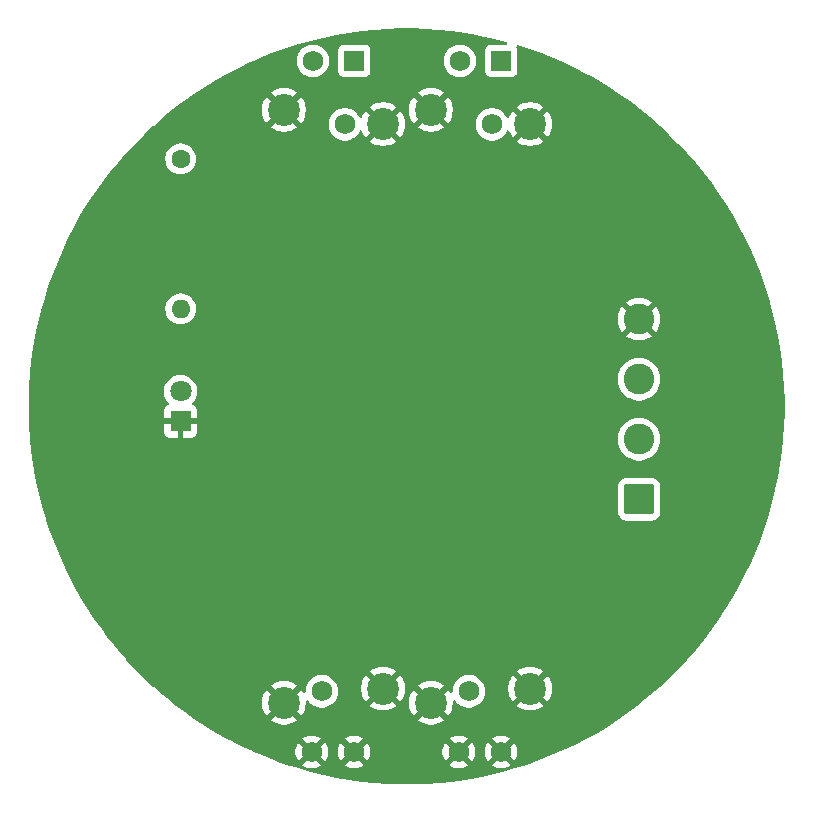
<source format=gbr>
%TF.GenerationSoftware,KiCad,Pcbnew,9.0.0*%
%TF.CreationDate,2025-03-25T15:05:35+01:00*%
%TF.ProjectId,LEDstripCtrl,4c454473-7472-4697-9043-74726c2e6b69,rev?*%
%TF.SameCoordinates,Original*%
%TF.FileFunction,Copper,L1,Top*%
%TF.FilePolarity,Positive*%
%FSLAX46Y46*%
G04 Gerber Fmt 4.6, Leading zero omitted, Abs format (unit mm)*
G04 Created by KiCad (PCBNEW 9.0.0) date 2025-03-25 15:05:35*
%MOMM*%
%LPD*%
G01*
G04 APERTURE LIST*
G04 Aperture macros list*
%AMRoundRect*
0 Rectangle with rounded corners*
0 $1 Rounding radius*
0 $2 $3 $4 $5 $6 $7 $8 $9 X,Y pos of 4 corners*
0 Add a 4 corners polygon primitive as box body*
4,1,4,$2,$3,$4,$5,$6,$7,$8,$9,$2,$3,0*
0 Add four circle primitives for the rounded corners*
1,1,$1+$1,$2,$3*
1,1,$1+$1,$4,$5*
1,1,$1+$1,$6,$7*
1,1,$1+$1,$8,$9*
0 Add four rect primitives between the rounded corners*
20,1,$1+$1,$2,$3,$4,$5,0*
20,1,$1+$1,$4,$5,$6,$7,0*
20,1,$1+$1,$6,$7,$8,$9,0*
20,1,$1+$1,$8,$9,$2,$3,0*%
G04 Aperture macros list end*
%TA.AperFunction,ComponentPad*%
%ADD10R,1.750000X1.750000*%
%TD*%
%TA.AperFunction,ComponentPad*%
%ADD11C,1.750000*%
%TD*%
%TA.AperFunction,ComponentPad*%
%ADD12C,2.700000*%
%TD*%
%TA.AperFunction,ComponentPad*%
%ADD13R,1.800000X1.800000*%
%TD*%
%TA.AperFunction,ComponentPad*%
%ADD14C,1.800000*%
%TD*%
%TA.AperFunction,ComponentPad*%
%ADD15RoundRect,0.250000X1.050000X-1.050000X1.050000X1.050000X-1.050000X1.050000X-1.050000X-1.050000X0*%
%TD*%
%TA.AperFunction,ComponentPad*%
%ADD16C,2.600000*%
%TD*%
%TA.AperFunction,ComponentPad*%
%ADD17C,1.600000*%
%TD*%
%TA.AperFunction,ComponentPad*%
%ADD18O,1.600000X1.600000*%
%TD*%
G04 APERTURE END LIST*
D10*
%TO.P,RV1,1,1*%
%TO.N,+3.3V*%
X144000000Y-81550000D03*
D11*
X140500000Y-81550000D03*
%TO.P,RV1,2,2*%
%TO.N,Net-(J1-Pin_2)*%
X143220000Y-86930000D03*
X141260000Y-134930000D03*
%TO.P,RV1,3,3*%
%TO.N,GNDREF*%
X144000000Y-140050000D03*
X140403500Y-140050000D03*
D12*
%TO.P,RV1,MP,MountPin*%
X138050000Y-85700000D03*
X146450000Y-86900000D03*
X146450000Y-134700000D03*
X138050000Y-135900000D03*
%TD*%
D13*
%TO.P,D1,1,K*%
%TO.N,GNDREF*%
X129300000Y-112070000D03*
D14*
%TO.P,D1,2,A*%
%TO.N,Net-(D1-A)*%
X129300000Y-109530000D03*
%TD*%
D15*
%TO.P,J1,1,Pin_1*%
%TO.N,+3.3V*%
X168122500Y-118670000D03*
D16*
%TO.P,J1,2,Pin_2*%
%TO.N,Net-(J1-Pin_2)*%
X168122500Y-113590000D03*
%TO.P,J1,3,Pin_3*%
%TO.N,Net-(J1-Pin_3)*%
X168122500Y-108510000D03*
%TO.P,J1,4,Pin_4*%
%TO.N,GNDREF*%
X168122500Y-103430000D03*
%TD*%
D10*
%TO.P,RV2,1,1*%
%TO.N,+3.3V*%
X156450000Y-81550000D03*
D11*
X152950000Y-81550000D03*
%TO.P,RV2,2,2*%
%TO.N,Net-(J1-Pin_3)*%
X155670000Y-86930000D03*
X153710000Y-134930000D03*
%TO.P,RV2,3,3*%
%TO.N,GNDREF*%
X156450000Y-140050000D03*
X152853500Y-140050000D03*
D12*
%TO.P,RV2,MP,MountPin*%
X150500000Y-85700000D03*
X158900000Y-86900000D03*
X158900000Y-134700000D03*
X150500000Y-135900000D03*
%TD*%
D17*
%TO.P,R1,1*%
%TO.N,+3.3V*%
X129300000Y-89850000D03*
D18*
%TO.P,R1,2*%
%TO.N,Net-(D1-A)*%
X129300000Y-102550000D03*
%TD*%
%TA.AperFunction,Conductor*%
%TO.N,GNDREF*%
G36*
X148998436Y-78805236D02*
G01*
X149023705Y-78806099D01*
X150086293Y-78842398D01*
X150090413Y-78842610D01*
X151176364Y-78916890D01*
X151180546Y-78917248D01*
X152263332Y-79028562D01*
X152267445Y-79029056D01*
X153345799Y-79177272D01*
X153349927Y-79177911D01*
X154422564Y-79362853D01*
X154426723Y-79363644D01*
X154636222Y-79407178D01*
X155492401Y-79585094D01*
X155496455Y-79586009D01*
X156554006Y-79843727D01*
X156558012Y-79844776D01*
X156866100Y-79931098D01*
X156925343Y-79968140D01*
X156955154Y-80031330D01*
X156946070Y-80100607D01*
X156900974Y-80153975D01*
X156834185Y-80174490D01*
X156832645Y-80174500D01*
X155527129Y-80174500D01*
X155527123Y-80174501D01*
X155467516Y-80180908D01*
X155332671Y-80231202D01*
X155332664Y-80231206D01*
X155217455Y-80317452D01*
X155217452Y-80317455D01*
X155131206Y-80432664D01*
X155131202Y-80432671D01*
X155080908Y-80567517D01*
X155074501Y-80627116D01*
X155074501Y-80627123D01*
X155074500Y-80627135D01*
X155074500Y-82472870D01*
X155074501Y-82472876D01*
X155080908Y-82532483D01*
X155131202Y-82667328D01*
X155131206Y-82667335D01*
X155217452Y-82782544D01*
X155217455Y-82782547D01*
X155332664Y-82868793D01*
X155332671Y-82868797D01*
X155467517Y-82919091D01*
X155467516Y-82919091D01*
X155474444Y-82919835D01*
X155527127Y-82925500D01*
X157372872Y-82925499D01*
X157432483Y-82919091D01*
X157567331Y-82868796D01*
X157682546Y-82782546D01*
X157768796Y-82667331D01*
X157819091Y-82532483D01*
X157825500Y-82472873D01*
X157825499Y-80627128D01*
X157819091Y-80567517D01*
X157794218Y-80500830D01*
X157768797Y-80432671D01*
X157768793Y-80432664D01*
X157762159Y-80423802D01*
X157737741Y-80358338D01*
X157752592Y-80290065D01*
X157801997Y-80240659D01*
X157870270Y-80225807D01*
X157898933Y-80231300D01*
X158647645Y-80468930D01*
X158651625Y-80470269D01*
X159677226Y-80834768D01*
X159681150Y-80836239D01*
X160693723Y-81235547D01*
X160697635Y-81237167D01*
X161695937Y-81670791D01*
X161699791Y-81672544D01*
X161880723Y-81758591D01*
X162682727Y-82140006D01*
X162686476Y-82141868D01*
X163652914Y-82642636D01*
X163656613Y-82644634D01*
X164055286Y-82868797D01*
X164605375Y-83178097D01*
X164609029Y-83180235D01*
X165538973Y-83745746D01*
X165542553Y-83748007D01*
X166452705Y-84344975D01*
X166456198Y-84347353D01*
X167345406Y-84975024D01*
X167348787Y-84977498D01*
X167691282Y-85237220D01*
X168216075Y-85635184D01*
X168219405Y-85637800D01*
X169063715Y-86324697D01*
X169066953Y-86327425D01*
X169887280Y-87042714D01*
X169890424Y-87045550D01*
X170685924Y-87788494D01*
X170688968Y-87791437D01*
X171458562Y-88561031D01*
X171461505Y-88564075D01*
X172204449Y-89359575D01*
X172207285Y-89362719D01*
X172922574Y-90183046D01*
X172925302Y-90186284D01*
X173612199Y-91030594D01*
X173614815Y-91033924D01*
X174272488Y-91901194D01*
X174274988Y-91904611D01*
X174902641Y-92793794D01*
X174905024Y-92797294D01*
X175501992Y-93707446D01*
X175504253Y-93711026D01*
X176069764Y-94640970D01*
X176071902Y-94644624D01*
X176605358Y-95593373D01*
X176607370Y-95597099D01*
X177108120Y-96563502D01*
X177110003Y-96567294D01*
X177577455Y-97550208D01*
X177579208Y-97554062D01*
X178012832Y-98552364D01*
X178014452Y-98556276D01*
X178413760Y-99568849D01*
X178415246Y-99572814D01*
X178779724Y-100598358D01*
X178781074Y-100602371D01*
X179110340Y-101639803D01*
X179111552Y-101643860D01*
X179405211Y-102691942D01*
X179406282Y-102696034D01*
X179585145Y-103429999D01*
X179663980Y-103753500D01*
X179664912Y-103757631D01*
X179886355Y-104823276D01*
X179887146Y-104827435D01*
X180072083Y-105900044D01*
X180072731Y-105904228D01*
X180220937Y-106982509D01*
X180221442Y-106986713D01*
X180332749Y-108069435D01*
X180333110Y-108073654D01*
X180407386Y-109159530D01*
X180407603Y-109163758D01*
X180444764Y-110251563D01*
X180444836Y-110255797D01*
X180444836Y-111344202D01*
X180444764Y-111348436D01*
X180407603Y-112436241D01*
X180407386Y-112440469D01*
X180333110Y-113526345D01*
X180332749Y-113530564D01*
X180221442Y-114613286D01*
X180220937Y-114617490D01*
X180072731Y-115695771D01*
X180072083Y-115699955D01*
X179887146Y-116772564D01*
X179886355Y-116776723D01*
X179664912Y-117842368D01*
X179663980Y-117846499D01*
X179406283Y-118903961D01*
X179405211Y-118908057D01*
X179111552Y-119956139D01*
X179110340Y-119960196D01*
X178781074Y-120997628D01*
X178779724Y-121001641D01*
X178415246Y-122027185D01*
X178413760Y-122031150D01*
X178014452Y-123043723D01*
X178012832Y-123047635D01*
X177579208Y-124045937D01*
X177577455Y-124049791D01*
X177110003Y-125032705D01*
X177108120Y-125036497D01*
X176607370Y-126002900D01*
X176605358Y-126006626D01*
X176071902Y-126955375D01*
X176069764Y-126959029D01*
X175504253Y-127888973D01*
X175501992Y-127892553D01*
X174905024Y-128802705D01*
X174902641Y-128806205D01*
X174274988Y-129695388D01*
X174272488Y-129698805D01*
X173614815Y-130566075D01*
X173612199Y-130569405D01*
X172925302Y-131413715D01*
X172922574Y-131416953D01*
X172207285Y-132237280D01*
X172204449Y-132240424D01*
X171461505Y-133035924D01*
X171458562Y-133038968D01*
X170688968Y-133808562D01*
X170685924Y-133811505D01*
X169890424Y-134554449D01*
X169887280Y-134557285D01*
X169066953Y-135272574D01*
X169063715Y-135275302D01*
X168219405Y-135962199D01*
X168216075Y-135964815D01*
X167348805Y-136622488D01*
X167345388Y-136624988D01*
X166456205Y-137252641D01*
X166452705Y-137255024D01*
X165542553Y-137851992D01*
X165538973Y-137854253D01*
X164609029Y-138419764D01*
X164605375Y-138421902D01*
X163656626Y-138955358D01*
X163652900Y-138957370D01*
X162686497Y-139458120D01*
X162682705Y-139460003D01*
X161699791Y-139927455D01*
X161695937Y-139929208D01*
X160697635Y-140362832D01*
X160693723Y-140364452D01*
X159681150Y-140763760D01*
X159677185Y-140765246D01*
X158651641Y-141129724D01*
X158647628Y-141131074D01*
X157610196Y-141460340D01*
X157606139Y-141461552D01*
X156558057Y-141755211D01*
X156553961Y-141756283D01*
X155496499Y-142013980D01*
X155492368Y-142014912D01*
X154426723Y-142236355D01*
X154422564Y-142237146D01*
X153349955Y-142422083D01*
X153345771Y-142422731D01*
X152267490Y-142570937D01*
X152263286Y-142571442D01*
X151180564Y-142682749D01*
X151176345Y-142683110D01*
X150090469Y-142757386D01*
X150086241Y-142757603D01*
X148998437Y-142794764D01*
X148994203Y-142794836D01*
X147905797Y-142794836D01*
X147901563Y-142794764D01*
X146813758Y-142757603D01*
X146809530Y-142757386D01*
X145723654Y-142683110D01*
X145719435Y-142682749D01*
X144636713Y-142571442D01*
X144632509Y-142570937D01*
X143554228Y-142422731D01*
X143550044Y-142422083D01*
X142477435Y-142237146D01*
X142473276Y-142236355D01*
X141407631Y-142014912D01*
X141403500Y-142013980D01*
X140346038Y-141756283D01*
X140341942Y-141755211D01*
X139293860Y-141461552D01*
X139289803Y-141460340D01*
X138639991Y-141254099D01*
X138252371Y-141131074D01*
X138248358Y-141129724D01*
X137537576Y-140877112D01*
X137222805Y-140765242D01*
X137218849Y-140763760D01*
X136206276Y-140364452D01*
X136202364Y-140362832D01*
X135483642Y-140050647D01*
X135233003Y-139941779D01*
X139028500Y-139941779D01*
X139028500Y-140158220D01*
X139062357Y-140371981D01*
X139129235Y-140577814D01*
X139129236Y-140577817D01*
X139227496Y-140770660D01*
X139270329Y-140829615D01*
X139270330Y-140829616D01*
X139838887Y-140261059D01*
X139844389Y-140281591D01*
X139923381Y-140418408D01*
X140035092Y-140530119D01*
X140171909Y-140609111D01*
X140192439Y-140614612D01*
X139623882Y-141183168D01*
X139682842Y-141226005D01*
X139875682Y-141324263D01*
X139875685Y-141324264D01*
X140081518Y-141391142D01*
X140295280Y-141425000D01*
X140511720Y-141425000D01*
X140725481Y-141391142D01*
X140931314Y-141324264D01*
X140931317Y-141324263D01*
X141124156Y-141226006D01*
X141183115Y-141183168D01*
X141183116Y-141183168D01*
X140614559Y-140614612D01*
X140635091Y-140609111D01*
X140771908Y-140530119D01*
X140883619Y-140418408D01*
X140962611Y-140281591D01*
X140968112Y-140261060D01*
X141536668Y-140829616D01*
X141536668Y-140829615D01*
X141579506Y-140770656D01*
X141677763Y-140577817D01*
X141677764Y-140577814D01*
X141744642Y-140371981D01*
X141778500Y-140158220D01*
X141778500Y-139941779D01*
X142625000Y-139941779D01*
X142625000Y-140158220D01*
X142658857Y-140371981D01*
X142725735Y-140577814D01*
X142725736Y-140577817D01*
X142823996Y-140770660D01*
X142866829Y-140829615D01*
X142866830Y-140829616D01*
X143435387Y-140261059D01*
X143440889Y-140281591D01*
X143519881Y-140418408D01*
X143631592Y-140530119D01*
X143768409Y-140609111D01*
X143788939Y-140614612D01*
X143220382Y-141183168D01*
X143279342Y-141226005D01*
X143472182Y-141324263D01*
X143472185Y-141324264D01*
X143678018Y-141391142D01*
X143891780Y-141425000D01*
X144108220Y-141425000D01*
X144321981Y-141391142D01*
X144527814Y-141324264D01*
X144527817Y-141324263D01*
X144720656Y-141226006D01*
X144779615Y-141183168D01*
X144779616Y-141183168D01*
X144211059Y-140614612D01*
X144231591Y-140609111D01*
X144368408Y-140530119D01*
X144480119Y-140418408D01*
X144559111Y-140281591D01*
X144564612Y-140261060D01*
X145133168Y-140829616D01*
X145133168Y-140829615D01*
X145176006Y-140770656D01*
X145274263Y-140577817D01*
X145274264Y-140577814D01*
X145341142Y-140371981D01*
X145375000Y-140158220D01*
X145375000Y-139941779D01*
X151478500Y-139941779D01*
X151478500Y-140158220D01*
X151512357Y-140371981D01*
X151579235Y-140577814D01*
X151579236Y-140577817D01*
X151677496Y-140770660D01*
X151720329Y-140829615D01*
X151720330Y-140829616D01*
X152288887Y-140261059D01*
X152294389Y-140281591D01*
X152373381Y-140418408D01*
X152485092Y-140530119D01*
X152621909Y-140609111D01*
X152642439Y-140614612D01*
X152073882Y-141183168D01*
X152132842Y-141226005D01*
X152325682Y-141324263D01*
X152325685Y-141324264D01*
X152531518Y-141391142D01*
X152745280Y-141425000D01*
X152961720Y-141425000D01*
X153175481Y-141391142D01*
X153381314Y-141324264D01*
X153381317Y-141324263D01*
X153574156Y-141226006D01*
X153633115Y-141183168D01*
X153633116Y-141183168D01*
X153064559Y-140614612D01*
X153085091Y-140609111D01*
X153221908Y-140530119D01*
X153333619Y-140418408D01*
X153412611Y-140281591D01*
X153418112Y-140261060D01*
X153986668Y-140829616D01*
X153986668Y-140829615D01*
X154029506Y-140770656D01*
X154127763Y-140577817D01*
X154127764Y-140577814D01*
X154194642Y-140371981D01*
X154228500Y-140158220D01*
X154228500Y-139941779D01*
X155075000Y-139941779D01*
X155075000Y-140158220D01*
X155108857Y-140371981D01*
X155175735Y-140577814D01*
X155175736Y-140577817D01*
X155273996Y-140770660D01*
X155316829Y-140829615D01*
X155316830Y-140829616D01*
X155885387Y-140261059D01*
X155890889Y-140281591D01*
X155969881Y-140418408D01*
X156081592Y-140530119D01*
X156218409Y-140609111D01*
X156238939Y-140614612D01*
X155670382Y-141183168D01*
X155729342Y-141226005D01*
X155922182Y-141324263D01*
X155922185Y-141324264D01*
X156128018Y-141391142D01*
X156341780Y-141425000D01*
X156558220Y-141425000D01*
X156771981Y-141391142D01*
X156977814Y-141324264D01*
X156977817Y-141324263D01*
X157170656Y-141226006D01*
X157229615Y-141183168D01*
X157229616Y-141183168D01*
X156661059Y-140614612D01*
X156681591Y-140609111D01*
X156818408Y-140530119D01*
X156930119Y-140418408D01*
X157009111Y-140281591D01*
X157014612Y-140261059D01*
X157583168Y-140829616D01*
X157583168Y-140829615D01*
X157626006Y-140770656D01*
X157724263Y-140577817D01*
X157724264Y-140577814D01*
X157791142Y-140371981D01*
X157825000Y-140158220D01*
X157825000Y-139941779D01*
X157791142Y-139728018D01*
X157724264Y-139522185D01*
X157724263Y-139522182D01*
X157626005Y-139329342D01*
X157583168Y-139270383D01*
X157583168Y-139270382D01*
X157014612Y-139838939D01*
X157009111Y-139818409D01*
X156930119Y-139681592D01*
X156818408Y-139569881D01*
X156681591Y-139490889D01*
X156661058Y-139485387D01*
X157229616Y-138916830D01*
X157229615Y-138916829D01*
X157170660Y-138873996D01*
X156977817Y-138775736D01*
X156977814Y-138775735D01*
X156771981Y-138708857D01*
X156558220Y-138675000D01*
X156341780Y-138675000D01*
X156128018Y-138708857D01*
X155922185Y-138775735D01*
X155922182Y-138775736D01*
X155729346Y-138873992D01*
X155670383Y-138916830D01*
X156238941Y-139485387D01*
X156218409Y-139490889D01*
X156081592Y-139569881D01*
X155969881Y-139681592D01*
X155890889Y-139818409D01*
X155885387Y-139838940D01*
X155316830Y-139270383D01*
X155273992Y-139329346D01*
X155175736Y-139522182D01*
X155175735Y-139522185D01*
X155108857Y-139728018D01*
X155075000Y-139941779D01*
X154228500Y-139941779D01*
X154194642Y-139728018D01*
X154127764Y-139522185D01*
X154127763Y-139522182D01*
X154029505Y-139329342D01*
X153986668Y-139270383D01*
X153986668Y-139270382D01*
X153418112Y-139838939D01*
X153412611Y-139818409D01*
X153333619Y-139681592D01*
X153221908Y-139569881D01*
X153085091Y-139490889D01*
X153064558Y-139485387D01*
X153633116Y-138916830D01*
X153633115Y-138916829D01*
X153574160Y-138873996D01*
X153381317Y-138775736D01*
X153381314Y-138775735D01*
X153175481Y-138708857D01*
X152961720Y-138675000D01*
X152745280Y-138675000D01*
X152531518Y-138708857D01*
X152325685Y-138775735D01*
X152325682Y-138775736D01*
X152132846Y-138873992D01*
X152073883Y-138916830D01*
X152642441Y-139485387D01*
X152621909Y-139490889D01*
X152485092Y-139569881D01*
X152373381Y-139681592D01*
X152294389Y-139818409D01*
X152288887Y-139838940D01*
X151720330Y-139270383D01*
X151677492Y-139329346D01*
X151579236Y-139522182D01*
X151579235Y-139522185D01*
X151512357Y-139728018D01*
X151478500Y-139941779D01*
X145375000Y-139941779D01*
X145341142Y-139728018D01*
X145274264Y-139522185D01*
X145274263Y-139522182D01*
X145176005Y-139329342D01*
X145133168Y-139270383D01*
X145133168Y-139270382D01*
X144564612Y-139838939D01*
X144559111Y-139818409D01*
X144480119Y-139681592D01*
X144368408Y-139569881D01*
X144231591Y-139490889D01*
X144211058Y-139485387D01*
X144779616Y-138916830D01*
X144779615Y-138916829D01*
X144720660Y-138873996D01*
X144527817Y-138775736D01*
X144527814Y-138775735D01*
X144321981Y-138708857D01*
X144108220Y-138675000D01*
X143891780Y-138675000D01*
X143678018Y-138708857D01*
X143472185Y-138775735D01*
X143472182Y-138775736D01*
X143279346Y-138873992D01*
X143220383Y-138916830D01*
X143788941Y-139485387D01*
X143768409Y-139490889D01*
X143631592Y-139569881D01*
X143519881Y-139681592D01*
X143440889Y-139818409D01*
X143435387Y-139838940D01*
X142866830Y-139270383D01*
X142823992Y-139329346D01*
X142725736Y-139522182D01*
X142725735Y-139522185D01*
X142658857Y-139728018D01*
X142625000Y-139941779D01*
X141778500Y-139941779D01*
X141744642Y-139728018D01*
X141677764Y-139522185D01*
X141677763Y-139522182D01*
X141579505Y-139329342D01*
X141536668Y-139270383D01*
X141536668Y-139270382D01*
X140968112Y-139838939D01*
X140962611Y-139818409D01*
X140883619Y-139681592D01*
X140771908Y-139569881D01*
X140635091Y-139490889D01*
X140614558Y-139485387D01*
X141183116Y-138916830D01*
X141183115Y-138916829D01*
X141124160Y-138873996D01*
X140931317Y-138775736D01*
X140931314Y-138775735D01*
X140725481Y-138708857D01*
X140511720Y-138675000D01*
X140295280Y-138675000D01*
X140081518Y-138708857D01*
X139875685Y-138775735D01*
X139875682Y-138775736D01*
X139682846Y-138873992D01*
X139623883Y-138916830D01*
X140192441Y-139485387D01*
X140171909Y-139490889D01*
X140035092Y-139569881D01*
X139923381Y-139681592D01*
X139844389Y-139818409D01*
X139838887Y-139838940D01*
X139270330Y-139270383D01*
X139227492Y-139329346D01*
X139129236Y-139522182D01*
X139129235Y-139522185D01*
X139062357Y-139728018D01*
X139028500Y-139941779D01*
X135233003Y-139941779D01*
X135204062Y-139929208D01*
X135200208Y-139927455D01*
X134217294Y-139460003D01*
X134213502Y-139458120D01*
X133472545Y-139074187D01*
X133247099Y-138957370D01*
X133243373Y-138955358D01*
X132294624Y-138421902D01*
X132290970Y-138419764D01*
X131361026Y-137854253D01*
X131357446Y-137851992D01*
X130712040Y-137428671D01*
X130447294Y-137255024D01*
X130443794Y-137252641D01*
X129689201Y-136719992D01*
X129554603Y-136624982D01*
X129551194Y-136622488D01*
X129455604Y-136550000D01*
X129208708Y-136362772D01*
X128683924Y-135964815D01*
X128680594Y-135962199D01*
X128568340Y-135870874D01*
X128455106Y-135778751D01*
X136200000Y-135778751D01*
X136200000Y-136021248D01*
X136200001Y-136021264D01*
X136231653Y-136261687D01*
X136294421Y-136495939D01*
X136387220Y-136719978D01*
X136387227Y-136719992D01*
X136508481Y-136930010D01*
X136577061Y-137019384D01*
X137295884Y-136300560D01*
X137296740Y-136302626D01*
X137389762Y-136441844D01*
X137508156Y-136560238D01*
X137647374Y-136653260D01*
X137649437Y-136654114D01*
X136930614Y-137372936D01*
X136930614Y-137372937D01*
X137019989Y-137441517D01*
X137019996Y-137441522D01*
X137230007Y-137562772D01*
X137230021Y-137562779D01*
X137454060Y-137655578D01*
X137688312Y-137718346D01*
X137928735Y-137749998D01*
X137928752Y-137750000D01*
X138171248Y-137750000D01*
X138171264Y-137749998D01*
X138411687Y-137718346D01*
X138645939Y-137655578D01*
X138869978Y-137562779D01*
X138869992Y-137562772D01*
X139080016Y-137441515D01*
X139169384Y-137372939D01*
X139169384Y-137372936D01*
X138450562Y-136654114D01*
X138452626Y-136653260D01*
X138591844Y-136560238D01*
X138710238Y-136441844D01*
X138803260Y-136302626D01*
X138804114Y-136300562D01*
X139522936Y-137019384D01*
X139522939Y-137019384D01*
X139591515Y-136930016D01*
X139712772Y-136719992D01*
X139712779Y-136719978D01*
X139805578Y-136495939D01*
X139868346Y-136261687D01*
X139899998Y-136021264D01*
X139900000Y-136021248D01*
X139900000Y-135779893D01*
X139919685Y-135712854D01*
X139972489Y-135667099D01*
X140041647Y-135657155D01*
X140105203Y-135686180D01*
X140124315Y-135707004D01*
X140210828Y-135826078D01*
X140363922Y-135979172D01*
X140539081Y-136106433D01*
X140620535Y-136147936D01*
X140731990Y-136204726D01*
X140731993Y-136204727D01*
X140834947Y-136238178D01*
X140937903Y-136271630D01*
X141151746Y-136305500D01*
X141151747Y-136305500D01*
X141368253Y-136305500D01*
X141368254Y-136305500D01*
X141582097Y-136271630D01*
X141788009Y-136204726D01*
X141980919Y-136106433D01*
X142156078Y-135979172D01*
X142309172Y-135826078D01*
X142436433Y-135650919D01*
X142534726Y-135458009D01*
X142601630Y-135252097D01*
X142635500Y-135038254D01*
X142635500Y-134821746D01*
X142601630Y-134607903D01*
X142592158Y-134578751D01*
X144600000Y-134578751D01*
X144600000Y-134821248D01*
X144600001Y-134821264D01*
X144631653Y-135061687D01*
X144694421Y-135295939D01*
X144787220Y-135519978D01*
X144787227Y-135519992D01*
X144908481Y-135730010D01*
X144977061Y-135819384D01*
X145695884Y-135100560D01*
X145696740Y-135102626D01*
X145789762Y-135241844D01*
X145908156Y-135360238D01*
X146047374Y-135453260D01*
X146049437Y-135454114D01*
X145330614Y-136172936D01*
X145330614Y-136172937D01*
X145419989Y-136241517D01*
X145419996Y-136241522D01*
X145630007Y-136362772D01*
X145630021Y-136362779D01*
X145854060Y-136455578D01*
X146088312Y-136518346D01*
X146328735Y-136549998D01*
X146328752Y-136550000D01*
X146571248Y-136550000D01*
X146571264Y-136549998D01*
X146811687Y-136518346D01*
X147045939Y-136455578D01*
X147269978Y-136362779D01*
X147269992Y-136362772D01*
X147480016Y-136241515D01*
X147569384Y-136172939D01*
X147569384Y-136172936D01*
X146850562Y-135454114D01*
X146852626Y-135453260D01*
X146991844Y-135360238D01*
X147110238Y-135241844D01*
X147203260Y-135102626D01*
X147204114Y-135100562D01*
X147922936Y-135819384D01*
X147922939Y-135819384D01*
X147954118Y-135778751D01*
X148650000Y-135778751D01*
X148650000Y-136021248D01*
X148650001Y-136021264D01*
X148681653Y-136261687D01*
X148744421Y-136495939D01*
X148837220Y-136719978D01*
X148837227Y-136719992D01*
X148958481Y-136930010D01*
X149027061Y-137019384D01*
X149745884Y-136300560D01*
X149746740Y-136302626D01*
X149839762Y-136441844D01*
X149958156Y-136560238D01*
X150097374Y-136653260D01*
X150099437Y-136654114D01*
X149380614Y-137372936D01*
X149380614Y-137372937D01*
X149469989Y-137441517D01*
X149469996Y-137441522D01*
X149680007Y-137562772D01*
X149680021Y-137562779D01*
X149904060Y-137655578D01*
X150138312Y-137718346D01*
X150378735Y-137749998D01*
X150378752Y-137750000D01*
X150621248Y-137750000D01*
X150621264Y-137749998D01*
X150861687Y-137718346D01*
X151095939Y-137655578D01*
X151319978Y-137562779D01*
X151319992Y-137562772D01*
X151530016Y-137441515D01*
X151619384Y-137372939D01*
X151619384Y-137372936D01*
X150900562Y-136654114D01*
X150902626Y-136653260D01*
X151041844Y-136560238D01*
X151160238Y-136441844D01*
X151253260Y-136302626D01*
X151254114Y-136300562D01*
X151972936Y-137019384D01*
X151972939Y-137019384D01*
X152041515Y-136930016D01*
X152162772Y-136719992D01*
X152162779Y-136719978D01*
X152255578Y-136495939D01*
X152318346Y-136261687D01*
X152349998Y-136021264D01*
X152350000Y-136021248D01*
X152350000Y-135779893D01*
X152369685Y-135712854D01*
X152422489Y-135667099D01*
X152491647Y-135657155D01*
X152555203Y-135686180D01*
X152574315Y-135707004D01*
X152660828Y-135826078D01*
X152813922Y-135979172D01*
X152989081Y-136106433D01*
X153070535Y-136147936D01*
X153181990Y-136204726D01*
X153181993Y-136204727D01*
X153284947Y-136238178D01*
X153387903Y-136271630D01*
X153601746Y-136305500D01*
X153601747Y-136305500D01*
X153818253Y-136305500D01*
X153818254Y-136305500D01*
X154032097Y-136271630D01*
X154238009Y-136204726D01*
X154430919Y-136106433D01*
X154606078Y-135979172D01*
X154759172Y-135826078D01*
X154886433Y-135650919D01*
X154984726Y-135458009D01*
X155051630Y-135252097D01*
X155085500Y-135038254D01*
X155085500Y-134821746D01*
X155051630Y-134607903D01*
X155042158Y-134578751D01*
X157050000Y-134578751D01*
X157050000Y-134821248D01*
X157050001Y-134821264D01*
X157081653Y-135061687D01*
X157144421Y-135295939D01*
X157237220Y-135519978D01*
X157237227Y-135519992D01*
X157358481Y-135730010D01*
X157427061Y-135819384D01*
X158145884Y-135100560D01*
X158146740Y-135102626D01*
X158239762Y-135241844D01*
X158358156Y-135360238D01*
X158497374Y-135453260D01*
X158499437Y-135454114D01*
X157780614Y-136172936D01*
X157780614Y-136172937D01*
X157869989Y-136241517D01*
X157869996Y-136241522D01*
X158080007Y-136362772D01*
X158080021Y-136362779D01*
X158304060Y-136455578D01*
X158538312Y-136518346D01*
X158778735Y-136549998D01*
X158778752Y-136550000D01*
X159021248Y-136550000D01*
X159021264Y-136549998D01*
X159261687Y-136518346D01*
X159495939Y-136455578D01*
X159719978Y-136362779D01*
X159719992Y-136362772D01*
X159930016Y-136241515D01*
X160019384Y-136172939D01*
X160019384Y-136172936D01*
X159300562Y-135454114D01*
X159302626Y-135453260D01*
X159441844Y-135360238D01*
X159560238Y-135241844D01*
X159653260Y-135102626D01*
X159654114Y-135100562D01*
X160372936Y-135819384D01*
X160372939Y-135819384D01*
X160441515Y-135730016D01*
X160562772Y-135519992D01*
X160562779Y-135519978D01*
X160655578Y-135295939D01*
X160718346Y-135061687D01*
X160749998Y-134821264D01*
X160750000Y-134821248D01*
X160750000Y-134578751D01*
X160749998Y-134578735D01*
X160718346Y-134338312D01*
X160655578Y-134104060D01*
X160562779Y-133880021D01*
X160562772Y-133880007D01*
X160441522Y-133669996D01*
X160441517Y-133669989D01*
X160372937Y-133580614D01*
X160372936Y-133580614D01*
X159654114Y-134299436D01*
X159653260Y-134297374D01*
X159560238Y-134158156D01*
X159441844Y-134039762D01*
X159302626Y-133946740D01*
X159300560Y-133945884D01*
X160019384Y-133227061D01*
X159930010Y-133158481D01*
X159719992Y-133037227D01*
X159719978Y-133037220D01*
X159495939Y-132944421D01*
X159261687Y-132881653D01*
X159021264Y-132850001D01*
X159021248Y-132850000D01*
X158778752Y-132850000D01*
X158778735Y-132850001D01*
X158538312Y-132881653D01*
X158304060Y-132944421D01*
X158080021Y-133037220D01*
X158080006Y-133037227D01*
X157869990Y-133158480D01*
X157780614Y-133227060D01*
X157780614Y-133227061D01*
X158499438Y-133945885D01*
X158497374Y-133946740D01*
X158358156Y-134039762D01*
X158239762Y-134158156D01*
X158146740Y-134297374D01*
X158145885Y-134299438D01*
X157427061Y-133580614D01*
X157427060Y-133580614D01*
X157358480Y-133669990D01*
X157237227Y-133880006D01*
X157237220Y-133880021D01*
X157144421Y-134104060D01*
X157081653Y-134338312D01*
X157050001Y-134578735D01*
X157050000Y-134578751D01*
X155042158Y-134578751D01*
X155027401Y-134533333D01*
X154984727Y-134401993D01*
X154984726Y-134401990D01*
X154900774Y-134237227D01*
X154886433Y-134209081D01*
X154759172Y-134033922D01*
X154606078Y-133880828D01*
X154430919Y-133753567D01*
X154238009Y-133655273D01*
X154238006Y-133655272D01*
X154032098Y-133588370D01*
X153925175Y-133571435D01*
X153818254Y-133554500D01*
X153601746Y-133554500D01*
X153530465Y-133565790D01*
X153387901Y-133588370D01*
X153181993Y-133655272D01*
X153181990Y-133655273D01*
X152989080Y-133753567D01*
X152889145Y-133826174D01*
X152813922Y-133880828D01*
X152813920Y-133880830D01*
X152813919Y-133880830D01*
X152660830Y-134033919D01*
X152660830Y-134033920D01*
X152660828Y-134033922D01*
X152656585Y-134039762D01*
X152533567Y-134209080D01*
X152435273Y-134401990D01*
X152435272Y-134401993D01*
X152368370Y-134607901D01*
X152334500Y-134821746D01*
X152334500Y-134914674D01*
X152314815Y-134981713D01*
X152262011Y-135027468D01*
X152192853Y-135037412D01*
X152129297Y-135008387D01*
X152103113Y-134976674D01*
X152041522Y-134869996D01*
X152041517Y-134869989D01*
X151972937Y-134780614D01*
X151972936Y-134780614D01*
X151254114Y-135499436D01*
X151253260Y-135497374D01*
X151160238Y-135358156D01*
X151041844Y-135239762D01*
X150902626Y-135146740D01*
X150900560Y-135145884D01*
X151619384Y-134427061D01*
X151530010Y-134358481D01*
X151319992Y-134237227D01*
X151319978Y-134237220D01*
X151095939Y-134144421D01*
X150861687Y-134081653D01*
X150621264Y-134050001D01*
X150621248Y-134050000D01*
X150378752Y-134050000D01*
X150378735Y-134050001D01*
X150138312Y-134081653D01*
X149904060Y-134144421D01*
X149680021Y-134237220D01*
X149680006Y-134237227D01*
X149469990Y-134358480D01*
X149380614Y-134427060D01*
X149380614Y-134427061D01*
X150099438Y-135145885D01*
X150097374Y-135146740D01*
X149958156Y-135239762D01*
X149839762Y-135358156D01*
X149746740Y-135497374D01*
X149745885Y-135499438D01*
X149027061Y-134780614D01*
X149027060Y-134780614D01*
X148958480Y-134869990D01*
X148837227Y-135080006D01*
X148837220Y-135080021D01*
X148744421Y-135304060D01*
X148681653Y-135538312D01*
X148650001Y-135778735D01*
X148650000Y-135778751D01*
X147954118Y-135778751D01*
X147991515Y-135730016D01*
X148001521Y-135712686D01*
X148112772Y-135519992D01*
X148112779Y-135519978D01*
X148205578Y-135295939D01*
X148268346Y-135061687D01*
X148299998Y-134821264D01*
X148300000Y-134821248D01*
X148300000Y-134578751D01*
X148299999Y-134578737D01*
X148288474Y-134491200D01*
X148288474Y-134491199D01*
X148268346Y-134338312D01*
X148205578Y-134104060D01*
X148112779Y-133880021D01*
X148112772Y-133880007D01*
X147991522Y-133669996D01*
X147991517Y-133669989D01*
X147922937Y-133580614D01*
X147922936Y-133580614D01*
X147204114Y-134299436D01*
X147203260Y-134297374D01*
X147110238Y-134158156D01*
X146991844Y-134039762D01*
X146852626Y-133946740D01*
X146850560Y-133945884D01*
X147569384Y-133227061D01*
X147480010Y-133158481D01*
X147269992Y-133037227D01*
X147269978Y-133037220D01*
X147045939Y-132944421D01*
X146811687Y-132881653D01*
X146571264Y-132850001D01*
X146571248Y-132850000D01*
X146328752Y-132850000D01*
X146328735Y-132850001D01*
X146088312Y-132881653D01*
X145854060Y-132944421D01*
X145630021Y-133037220D01*
X145630006Y-133037227D01*
X145419990Y-133158480D01*
X145330614Y-133227060D01*
X145330614Y-133227061D01*
X146049438Y-133945885D01*
X146047374Y-133946740D01*
X145908156Y-134039762D01*
X145789762Y-134158156D01*
X145696740Y-134297374D01*
X145695885Y-134299438D01*
X144977061Y-133580614D01*
X144977060Y-133580614D01*
X144908480Y-133669990D01*
X144787227Y-133880006D01*
X144787220Y-133880021D01*
X144694421Y-134104060D01*
X144631653Y-134338312D01*
X144600001Y-134578735D01*
X144600000Y-134578751D01*
X142592158Y-134578751D01*
X142577401Y-134533333D01*
X142534727Y-134401993D01*
X142534726Y-134401990D01*
X142450774Y-134237227D01*
X142436433Y-134209081D01*
X142309172Y-134033922D01*
X142156078Y-133880828D01*
X141980919Y-133753567D01*
X141788009Y-133655273D01*
X141788006Y-133655272D01*
X141582098Y-133588370D01*
X141475175Y-133571435D01*
X141368254Y-133554500D01*
X141151746Y-133554500D01*
X141080465Y-133565790D01*
X140937901Y-133588370D01*
X140731993Y-133655272D01*
X140731990Y-133655273D01*
X140539080Y-133753567D01*
X140439145Y-133826174D01*
X140363922Y-133880828D01*
X140363920Y-133880830D01*
X140363919Y-133880830D01*
X140210830Y-134033919D01*
X140210830Y-134033920D01*
X140210828Y-134033922D01*
X140206585Y-134039762D01*
X140083567Y-134209080D01*
X139985273Y-134401990D01*
X139985272Y-134401993D01*
X139918370Y-134607901D01*
X139884500Y-134821746D01*
X139884500Y-134914674D01*
X139864815Y-134981713D01*
X139812011Y-135027468D01*
X139742853Y-135037412D01*
X139679297Y-135008387D01*
X139653113Y-134976674D01*
X139591522Y-134869996D01*
X139591517Y-134869989D01*
X139522937Y-134780614D01*
X139522936Y-134780614D01*
X138804114Y-135499436D01*
X138803260Y-135497374D01*
X138710238Y-135358156D01*
X138591844Y-135239762D01*
X138452626Y-135146740D01*
X138450560Y-135145884D01*
X139169384Y-134427061D01*
X139080010Y-134358481D01*
X138869992Y-134237227D01*
X138869978Y-134237220D01*
X138645939Y-134144421D01*
X138411687Y-134081653D01*
X138171264Y-134050001D01*
X138171248Y-134050000D01*
X137928752Y-134050000D01*
X137928735Y-134050001D01*
X137688312Y-134081653D01*
X137454060Y-134144421D01*
X137230021Y-134237220D01*
X137230006Y-134237227D01*
X137019990Y-134358480D01*
X136930614Y-134427060D01*
X136930614Y-134427061D01*
X137649438Y-135145885D01*
X137647374Y-135146740D01*
X137508156Y-135239762D01*
X137389762Y-135358156D01*
X137296740Y-135497374D01*
X137295885Y-135499438D01*
X136577061Y-134780614D01*
X136577060Y-134780614D01*
X136508480Y-134869990D01*
X136387227Y-135080006D01*
X136387220Y-135080021D01*
X136294421Y-135304060D01*
X136231653Y-135538312D01*
X136200001Y-135778735D01*
X136200000Y-135778751D01*
X128455106Y-135778751D01*
X127836284Y-135275302D01*
X127833046Y-135272574D01*
X127025557Y-134568479D01*
X127025550Y-134568474D01*
X127012718Y-134557285D01*
X127009575Y-134554449D01*
X126214075Y-133811505D01*
X126211031Y-133808562D01*
X125441437Y-133038968D01*
X125438494Y-133035924D01*
X124695550Y-132240424D01*
X124692714Y-132237280D01*
X123977425Y-131416953D01*
X123974697Y-131413715D01*
X123287800Y-130569405D01*
X123285184Y-130566075D01*
X122627511Y-129698805D01*
X122625011Y-129695388D01*
X121997358Y-128806205D01*
X121994975Y-128802705D01*
X121398007Y-127892553D01*
X121395746Y-127888973D01*
X120830235Y-126959029D01*
X120828097Y-126955375D01*
X120294641Y-126006626D01*
X120292629Y-126002900D01*
X119791868Y-125036476D01*
X119789996Y-125032705D01*
X119322544Y-124049791D01*
X119320791Y-124045937D01*
X118887167Y-123047635D01*
X118885547Y-123043723D01*
X118486239Y-122031150D01*
X118484768Y-122027226D01*
X118120269Y-121001625D01*
X118118925Y-120997628D01*
X117930774Y-120404814D01*
X117789657Y-119960192D01*
X117788447Y-119956139D01*
X117765096Y-119872797D01*
X117494776Y-118908012D01*
X117493727Y-118904006D01*
X117236009Y-117846455D01*
X117235094Y-117842401D01*
X117178485Y-117569983D01*
X166322000Y-117569983D01*
X166322000Y-119770001D01*
X166322001Y-119770018D01*
X166332500Y-119872796D01*
X166332501Y-119872799D01*
X166360118Y-119956139D01*
X166387686Y-120039334D01*
X166479788Y-120188656D01*
X166603844Y-120312712D01*
X166753166Y-120404814D01*
X166919703Y-120459999D01*
X167022491Y-120470500D01*
X169222508Y-120470499D01*
X169325297Y-120459999D01*
X169491834Y-120404814D01*
X169641156Y-120312712D01*
X169765212Y-120188656D01*
X169857314Y-120039334D01*
X169912499Y-119872797D01*
X169923000Y-119770009D01*
X169922999Y-117569992D01*
X169912499Y-117467203D01*
X169857314Y-117300666D01*
X169765212Y-117151344D01*
X169641156Y-117027288D01*
X169491834Y-116935186D01*
X169325297Y-116880001D01*
X169325295Y-116880000D01*
X169222510Y-116869500D01*
X167022498Y-116869500D01*
X167022481Y-116869501D01*
X166919703Y-116880000D01*
X166919700Y-116880001D01*
X166753168Y-116935185D01*
X166753163Y-116935187D01*
X166603842Y-117027289D01*
X166479789Y-117151342D01*
X166387687Y-117300663D01*
X166387686Y-117300666D01*
X166332501Y-117467203D01*
X166332501Y-117467204D01*
X166332500Y-117467204D01*
X166322000Y-117569983D01*
X117178485Y-117569983D01*
X117013644Y-116776723D01*
X117012853Y-116772564D01*
X116827911Y-115699927D01*
X116827272Y-115695799D01*
X116679056Y-114617445D01*
X116678562Y-114613332D01*
X116567248Y-113530546D01*
X116566889Y-113526345D01*
X116563171Y-113471995D01*
X166322000Y-113471995D01*
X166322000Y-113708004D01*
X166322001Y-113708020D01*
X166352806Y-113942010D01*
X166413894Y-114169993D01*
X166504214Y-114388045D01*
X166504219Y-114388056D01*
X166575177Y-114510957D01*
X166622227Y-114592450D01*
X166622229Y-114592453D01*
X166622230Y-114592454D01*
X166765906Y-114779697D01*
X166765912Y-114779704D01*
X166932795Y-114946587D01*
X166932801Y-114946592D01*
X167120050Y-115090273D01*
X167251418Y-115166118D01*
X167324443Y-115208280D01*
X167324448Y-115208282D01*
X167324451Y-115208284D01*
X167542507Y-115298606D01*
X167770486Y-115359693D01*
X168004489Y-115390500D01*
X168004496Y-115390500D01*
X168240504Y-115390500D01*
X168240511Y-115390500D01*
X168474514Y-115359693D01*
X168702493Y-115298606D01*
X168920549Y-115208284D01*
X169124950Y-115090273D01*
X169312199Y-114946592D01*
X169479092Y-114779699D01*
X169622773Y-114592450D01*
X169740784Y-114388049D01*
X169831106Y-114169993D01*
X169892193Y-113942014D01*
X169923000Y-113708011D01*
X169923000Y-113471989D01*
X169892193Y-113237986D01*
X169831106Y-113010007D01*
X169740784Y-112791951D01*
X169740782Y-112791948D01*
X169740780Y-112791943D01*
X169698618Y-112718918D01*
X169622773Y-112587550D01*
X169479092Y-112400301D01*
X169479087Y-112400295D01*
X169312204Y-112233412D01*
X169312197Y-112233406D01*
X169124954Y-112089730D01*
X169124953Y-112089729D01*
X169124950Y-112089727D01*
X169043457Y-112042677D01*
X168920556Y-111971719D01*
X168920545Y-111971714D01*
X168702493Y-111881394D01*
X168474510Y-111820306D01*
X168240520Y-111789501D01*
X168240517Y-111789500D01*
X168240511Y-111789500D01*
X168004489Y-111789500D01*
X168004483Y-111789500D01*
X168004479Y-111789501D01*
X167770489Y-111820306D01*
X167542506Y-111881394D01*
X167324454Y-111971714D01*
X167324443Y-111971719D01*
X167120045Y-112089730D01*
X166932802Y-112233406D01*
X166932795Y-112233412D01*
X166765912Y-112400295D01*
X166765906Y-112400302D01*
X166622230Y-112587545D01*
X166504219Y-112791943D01*
X166504214Y-112791954D01*
X166413894Y-113010006D01*
X166352806Y-113237989D01*
X166322001Y-113471979D01*
X166322000Y-113471995D01*
X116563171Y-113471995D01*
X116492610Y-112440413D01*
X116492398Y-112436296D01*
X116455236Y-111348435D01*
X116455164Y-111344202D01*
X116455164Y-110255797D01*
X116455236Y-110251564D01*
X116459447Y-110128284D01*
X116483650Y-109419778D01*
X127899500Y-109419778D01*
X127899500Y-109640221D01*
X127933985Y-109857952D01*
X128002103Y-110067603D01*
X128002104Y-110067606D01*
X128070122Y-110201096D01*
X128097994Y-110255797D01*
X128102187Y-110264025D01*
X128231752Y-110442358D01*
X128231756Y-110442363D01*
X128282316Y-110492923D01*
X128315801Y-110554246D01*
X128310817Y-110623938D01*
X128268945Y-110679871D01*
X128237969Y-110696785D01*
X128157918Y-110726643D01*
X128157906Y-110726649D01*
X128042812Y-110812809D01*
X128042809Y-110812812D01*
X127956649Y-110927906D01*
X127956645Y-110927913D01*
X127906403Y-111062620D01*
X127906401Y-111062627D01*
X127900000Y-111122155D01*
X127900000Y-111820000D01*
X128924722Y-111820000D01*
X128880667Y-111896306D01*
X128850000Y-112010756D01*
X128850000Y-112129244D01*
X128880667Y-112243694D01*
X128924722Y-112320000D01*
X127900000Y-112320000D01*
X127900000Y-113017844D01*
X127906401Y-113077372D01*
X127906403Y-113077379D01*
X127956645Y-113212086D01*
X127956649Y-113212093D01*
X128042809Y-113327187D01*
X128042812Y-113327190D01*
X128157906Y-113413350D01*
X128157913Y-113413354D01*
X128292620Y-113463596D01*
X128292627Y-113463598D01*
X128352155Y-113469999D01*
X128352172Y-113470000D01*
X129050000Y-113470000D01*
X129050000Y-112445277D01*
X129126306Y-112489333D01*
X129240756Y-112520000D01*
X129359244Y-112520000D01*
X129473694Y-112489333D01*
X129550000Y-112445277D01*
X129550000Y-113470000D01*
X130247828Y-113470000D01*
X130247844Y-113469999D01*
X130307372Y-113463598D01*
X130307379Y-113463596D01*
X130442086Y-113413354D01*
X130442089Y-113413352D01*
X130501785Y-113368664D01*
X130501786Y-113368663D01*
X130557190Y-113327186D01*
X130643350Y-113212093D01*
X130643354Y-113212086D01*
X130693596Y-113077379D01*
X130693598Y-113077372D01*
X130699999Y-113017844D01*
X130700000Y-113017827D01*
X130700000Y-112320000D01*
X129675278Y-112320000D01*
X129719333Y-112243694D01*
X129750000Y-112129244D01*
X129750000Y-112010756D01*
X129719333Y-111896306D01*
X129675278Y-111820000D01*
X130700000Y-111820000D01*
X130700000Y-111122172D01*
X130699999Y-111122155D01*
X130693598Y-111062627D01*
X130693596Y-111062620D01*
X130643354Y-110927913D01*
X130643350Y-110927906D01*
X130557190Y-110812812D01*
X130557187Y-110812809D01*
X130442093Y-110726649D01*
X130442087Y-110726646D01*
X130362030Y-110696786D01*
X130306097Y-110654914D01*
X130281680Y-110589450D01*
X130296532Y-110521177D01*
X130317681Y-110492925D01*
X130368242Y-110442365D01*
X130497815Y-110264022D01*
X130597895Y-110067606D01*
X130666015Y-109857951D01*
X130700500Y-109640222D01*
X130700500Y-109419778D01*
X130666015Y-109202049D01*
X130597895Y-108992394D01*
X130597895Y-108992393D01*
X130531460Y-108862010D01*
X130497815Y-108795978D01*
X130481260Y-108773192D01*
X130368247Y-108617641D01*
X130368243Y-108617636D01*
X130212363Y-108461756D01*
X130212358Y-108461752D01*
X130116345Y-108391995D01*
X166322000Y-108391995D01*
X166322000Y-108628004D01*
X166322001Y-108628020D01*
X166352806Y-108862010D01*
X166413894Y-109089993D01*
X166504214Y-109308045D01*
X166504219Y-109308056D01*
X166563465Y-109410672D01*
X166622227Y-109512450D01*
X166622229Y-109512453D01*
X166622230Y-109512454D01*
X166765906Y-109699697D01*
X166765912Y-109699704D01*
X166932795Y-109866587D01*
X166932801Y-109866592D01*
X167120050Y-110010273D01*
X167219354Y-110067606D01*
X167324443Y-110128280D01*
X167324448Y-110128282D01*
X167324451Y-110128284D01*
X167542507Y-110218606D01*
X167770486Y-110279693D01*
X168004489Y-110310500D01*
X168004496Y-110310500D01*
X168240504Y-110310500D01*
X168240511Y-110310500D01*
X168474514Y-110279693D01*
X168702493Y-110218606D01*
X168920549Y-110128284D01*
X169124950Y-110010273D01*
X169312199Y-109866592D01*
X169479092Y-109699699D01*
X169622773Y-109512450D01*
X169740784Y-109308049D01*
X169831106Y-109089993D01*
X169892193Y-108862014D01*
X169923000Y-108628011D01*
X169923000Y-108391989D01*
X169892193Y-108157986D01*
X169831106Y-107930007D01*
X169740784Y-107711951D01*
X169740782Y-107711948D01*
X169740780Y-107711943D01*
X169698618Y-107638918D01*
X169622773Y-107507550D01*
X169479092Y-107320301D01*
X169479087Y-107320295D01*
X169312204Y-107153412D01*
X169312197Y-107153406D01*
X169124954Y-107009730D01*
X169124953Y-107009729D01*
X169124950Y-107009727D01*
X169043457Y-106962677D01*
X168920556Y-106891719D01*
X168920545Y-106891714D01*
X168702493Y-106801394D01*
X168474510Y-106740306D01*
X168240520Y-106709501D01*
X168240517Y-106709500D01*
X168240511Y-106709500D01*
X168004489Y-106709500D01*
X168004483Y-106709500D01*
X168004479Y-106709501D01*
X167770489Y-106740306D01*
X167542506Y-106801394D01*
X167324454Y-106891714D01*
X167324443Y-106891719D01*
X167120045Y-107009730D01*
X166932802Y-107153406D01*
X166932795Y-107153412D01*
X166765912Y-107320295D01*
X166765906Y-107320302D01*
X166622230Y-107507545D01*
X166504219Y-107711943D01*
X166504214Y-107711954D01*
X166413894Y-107930006D01*
X166352806Y-108157989D01*
X166322001Y-108391979D01*
X166322000Y-108391995D01*
X130116345Y-108391995D01*
X130034025Y-108332187D01*
X130034024Y-108332186D01*
X130034022Y-108332185D01*
X129971096Y-108300122D01*
X129837606Y-108232104D01*
X129837603Y-108232103D01*
X129627952Y-108163985D01*
X129519086Y-108146742D01*
X129410222Y-108129500D01*
X129189778Y-108129500D01*
X129117201Y-108140995D01*
X128972047Y-108163985D01*
X128762396Y-108232103D01*
X128762393Y-108232104D01*
X128565974Y-108332187D01*
X128387641Y-108461752D01*
X128387636Y-108461756D01*
X128231756Y-108617636D01*
X128231752Y-108617641D01*
X128102187Y-108795974D01*
X128002104Y-108992393D01*
X128002103Y-108992396D01*
X127933985Y-109202047D01*
X127899500Y-109419778D01*
X116483650Y-109419778D01*
X116492398Y-109163700D01*
X116492609Y-109159589D01*
X116566890Y-108073630D01*
X116567250Y-108069435D01*
X116678563Y-106986660D01*
X116679055Y-106982561D01*
X116827273Y-105904191D01*
X116827910Y-105900081D01*
X117012855Y-104827421D01*
X117013633Y-104823324D01*
X117235099Y-103757573D01*
X117236006Y-103753557D01*
X117493731Y-102695978D01*
X117494772Y-102692001D01*
X117563236Y-102447648D01*
X127999500Y-102447648D01*
X127999500Y-102652351D01*
X128031522Y-102854534D01*
X128094781Y-103049223D01*
X128187715Y-103231613D01*
X128308028Y-103397213D01*
X128452786Y-103541971D01*
X128559633Y-103619598D01*
X128618390Y-103662287D01*
X128734607Y-103721503D01*
X128800776Y-103755218D01*
X128800778Y-103755218D01*
X128800781Y-103755220D01*
X128882937Y-103781914D01*
X128995465Y-103818477D01*
X129096557Y-103834488D01*
X129197648Y-103850500D01*
X129197649Y-103850500D01*
X129402351Y-103850500D01*
X129402352Y-103850500D01*
X129604534Y-103818477D01*
X129799219Y-103755220D01*
X129981610Y-103662287D01*
X130074590Y-103594732D01*
X130147213Y-103541971D01*
X130147215Y-103541968D01*
X130147219Y-103541966D01*
X130291966Y-103397219D01*
X130291968Y-103397215D01*
X130291971Y-103397213D01*
X130353871Y-103312014D01*
X166322500Y-103312014D01*
X166322500Y-103547985D01*
X166353299Y-103781914D01*
X166414370Y-104009837D01*
X166504660Y-104227819D01*
X166504665Y-104227828D01*
X166622644Y-104432171D01*
X166622645Y-104432172D01*
X166685221Y-104513723D01*
X167521458Y-103677487D01*
X167546478Y-103737890D01*
X167617612Y-103844351D01*
X167708149Y-103934888D01*
X167814610Y-104006022D01*
X167875011Y-104031041D01*
X167038775Y-104867277D01*
X167120327Y-104929854D01*
X167120328Y-104929855D01*
X167324671Y-105047834D01*
X167324680Y-105047839D01*
X167542663Y-105138129D01*
X167542661Y-105138129D01*
X167770585Y-105199200D01*
X168004514Y-105229999D01*
X168004529Y-105230000D01*
X168240471Y-105230000D01*
X168240485Y-105229999D01*
X168474414Y-105199200D01*
X168702337Y-105138129D01*
X168920319Y-105047839D01*
X168920328Y-105047834D01*
X169124681Y-104929850D01*
X169206223Y-104867279D01*
X169206223Y-104867276D01*
X168369987Y-104031041D01*
X168430390Y-104006022D01*
X168536851Y-103934888D01*
X168627388Y-103844351D01*
X168698522Y-103737890D01*
X168723541Y-103677488D01*
X169559776Y-104513723D01*
X169559779Y-104513723D01*
X169622350Y-104432181D01*
X169740334Y-104227828D01*
X169740339Y-104227819D01*
X169830629Y-104009837D01*
X169891700Y-103781914D01*
X169922499Y-103547985D01*
X169922500Y-103547971D01*
X169922500Y-103312028D01*
X169922499Y-103312014D01*
X169891700Y-103078085D01*
X169830629Y-102850162D01*
X169740339Y-102632180D01*
X169740334Y-102632171D01*
X169622355Y-102427828D01*
X169622354Y-102427827D01*
X169559777Y-102346275D01*
X168723541Y-103182511D01*
X168698522Y-103122110D01*
X168627388Y-103015649D01*
X168536851Y-102925112D01*
X168430390Y-102853978D01*
X168369988Y-102828958D01*
X169206223Y-101992721D01*
X169124672Y-101930145D01*
X169124671Y-101930144D01*
X168920328Y-101812165D01*
X168920319Y-101812160D01*
X168702336Y-101721870D01*
X168702338Y-101721870D01*
X168474414Y-101660799D01*
X168240485Y-101630000D01*
X168004514Y-101630000D01*
X167770585Y-101660799D01*
X167542662Y-101721870D01*
X167324680Y-101812160D01*
X167324671Y-101812165D01*
X167120328Y-101930144D01*
X167120318Y-101930150D01*
X167038775Y-101992720D01*
X167038775Y-101992721D01*
X167875012Y-102828958D01*
X167814610Y-102853978D01*
X167708149Y-102925112D01*
X167617612Y-103015649D01*
X167546478Y-103122110D01*
X167521458Y-103182511D01*
X166685221Y-102346275D01*
X166685220Y-102346275D01*
X166622650Y-102427818D01*
X166622644Y-102427828D01*
X166504665Y-102632171D01*
X166504660Y-102632180D01*
X166414370Y-102850162D01*
X166353299Y-103078085D01*
X166322500Y-103312014D01*
X130353871Y-103312014D01*
X130409768Y-103235078D01*
X130409768Y-103235077D01*
X130412287Y-103231610D01*
X130505220Y-103049219D01*
X130568477Y-102854534D01*
X130600500Y-102652352D01*
X130600500Y-102447648D01*
X130568477Y-102245466D01*
X130505220Y-102050781D01*
X130412287Y-101868390D01*
X130404556Y-101857749D01*
X130291971Y-101702786D01*
X130147213Y-101558028D01*
X129981613Y-101437715D01*
X129981612Y-101437714D01*
X129981610Y-101437713D01*
X129924653Y-101408691D01*
X129799223Y-101344781D01*
X129604534Y-101281522D01*
X129429995Y-101253878D01*
X129402352Y-101249500D01*
X129197648Y-101249500D01*
X129173329Y-101253351D01*
X128995465Y-101281522D01*
X128800776Y-101344781D01*
X128618386Y-101437715D01*
X128452786Y-101558028D01*
X128308028Y-101702786D01*
X128187715Y-101868386D01*
X128094781Y-102050776D01*
X128031522Y-102245465D01*
X127999500Y-102447648D01*
X117563236Y-102447648D01*
X117788453Y-101643839D01*
X117789659Y-101639803D01*
X118118936Y-100602337D01*
X118120263Y-100598391D01*
X118484775Y-99572754D01*
X118486239Y-99568849D01*
X118885547Y-98556276D01*
X118887167Y-98552364D01*
X119320791Y-97554062D01*
X119322544Y-97550208D01*
X119519668Y-97135715D01*
X119790018Y-96567249D01*
X119791857Y-96563546D01*
X120292649Y-95597061D01*
X120294620Y-95593410D01*
X120828106Y-94644608D01*
X120830235Y-94640970D01*
X121395746Y-93711026D01*
X121398007Y-93707446D01*
X121749204Y-93172003D01*
X121994998Y-92797259D01*
X121997334Y-92793828D01*
X122625044Y-91904564D01*
X122627477Y-91901239D01*
X123285197Y-91033906D01*
X123287800Y-91030594D01*
X123343375Y-90962284D01*
X123974710Y-90186268D01*
X123977425Y-90183046D01*
X124357073Y-89747648D01*
X127999500Y-89747648D01*
X127999500Y-89952351D01*
X128031522Y-90154534D01*
X128094781Y-90349223D01*
X128187715Y-90531613D01*
X128308028Y-90697213D01*
X128452786Y-90841971D01*
X128607749Y-90954556D01*
X128618390Y-90962287D01*
X128734607Y-91021503D01*
X128800776Y-91055218D01*
X128800778Y-91055218D01*
X128800781Y-91055220D01*
X128905137Y-91089127D01*
X128995465Y-91118477D01*
X129096557Y-91134488D01*
X129197648Y-91150500D01*
X129197649Y-91150500D01*
X129402351Y-91150500D01*
X129402352Y-91150500D01*
X129604534Y-91118477D01*
X129799219Y-91055220D01*
X129981610Y-90962287D01*
X130074590Y-90894732D01*
X130147213Y-90841971D01*
X130147215Y-90841968D01*
X130147219Y-90841966D01*
X130291966Y-90697219D01*
X130291968Y-90697215D01*
X130291971Y-90697213D01*
X130344732Y-90624590D01*
X130412287Y-90531610D01*
X130505220Y-90349219D01*
X130568477Y-90154534D01*
X130600500Y-89952352D01*
X130600500Y-89747648D01*
X130568477Y-89545466D01*
X130565618Y-89536668D01*
X130505218Y-89350776D01*
X130471503Y-89284607D01*
X130412287Y-89168390D01*
X130404556Y-89157749D01*
X130291971Y-89002786D01*
X130147213Y-88858028D01*
X129981613Y-88737715D01*
X129981612Y-88737714D01*
X129981610Y-88737713D01*
X129882536Y-88687232D01*
X129799223Y-88644781D01*
X129604534Y-88581522D01*
X129429995Y-88553878D01*
X129402352Y-88549500D01*
X129197648Y-88549500D01*
X129173329Y-88553351D01*
X128995465Y-88581522D01*
X128800776Y-88644781D01*
X128618386Y-88737715D01*
X128452786Y-88858028D01*
X128308028Y-89002786D01*
X128187715Y-89168386D01*
X128094781Y-89350776D01*
X128031522Y-89545465D01*
X127999500Y-89747648D01*
X124357073Y-89747648D01*
X124692719Y-89362713D01*
X124695550Y-89359575D01*
X124874108Y-89168386D01*
X125438521Y-88564046D01*
X125441407Y-88561061D01*
X126211061Y-87791407D01*
X126214046Y-87788521D01*
X127009580Y-87045544D01*
X127012683Y-87042745D01*
X127833062Y-86327411D01*
X127836268Y-86324710D01*
X128680611Y-85637786D01*
X128683906Y-85635197D01*
X128758341Y-85578751D01*
X136200000Y-85578751D01*
X136200000Y-85821248D01*
X136200001Y-85821264D01*
X136231653Y-86061687D01*
X136294421Y-86295939D01*
X136387220Y-86519978D01*
X136387227Y-86519992D01*
X136508481Y-86730010D01*
X136577061Y-86819384D01*
X137295884Y-86100560D01*
X137296740Y-86102626D01*
X137389762Y-86241844D01*
X137508156Y-86360238D01*
X137647374Y-86453260D01*
X137649437Y-86454114D01*
X136930614Y-87172936D01*
X136930614Y-87172937D01*
X137019989Y-87241517D01*
X137019996Y-87241522D01*
X137230007Y-87362772D01*
X137230021Y-87362779D01*
X137454060Y-87455578D01*
X137688312Y-87518346D01*
X137928735Y-87549998D01*
X137928752Y-87550000D01*
X138171248Y-87550000D01*
X138171264Y-87549998D01*
X138411687Y-87518346D01*
X138645939Y-87455578D01*
X138869978Y-87362779D01*
X138869992Y-87362772D01*
X139080016Y-87241515D01*
X139169384Y-87172939D01*
X139169384Y-87172936D01*
X138818194Y-86821746D01*
X141844500Y-86821746D01*
X141844500Y-87038254D01*
X141845430Y-87044125D01*
X141878370Y-87252098D01*
X141945272Y-87458006D01*
X141945273Y-87458009D01*
X142043567Y-87650919D01*
X142170828Y-87826078D01*
X142323922Y-87979172D01*
X142499081Y-88106433D01*
X142593697Y-88154642D01*
X142691990Y-88204726D01*
X142691993Y-88204727D01*
X142794947Y-88238178D01*
X142897903Y-88271630D01*
X143111746Y-88305500D01*
X143111747Y-88305500D01*
X143328253Y-88305500D01*
X143328254Y-88305500D01*
X143542097Y-88271630D01*
X143682563Y-88225990D01*
X143740848Y-88207053D01*
X143740848Y-88207052D01*
X143748009Y-88204726D01*
X143940919Y-88106433D01*
X144116078Y-87979172D01*
X144269172Y-87826078D01*
X144396433Y-87650919D01*
X144474097Y-87498494D01*
X144522072Y-87447699D01*
X144589893Y-87430904D01*
X144656028Y-87453441D01*
X144699143Y-87507338D01*
X144787220Y-87719978D01*
X144787227Y-87719992D01*
X144908481Y-87930010D01*
X144977061Y-88019384D01*
X145695884Y-87300560D01*
X145696740Y-87302626D01*
X145789762Y-87441844D01*
X145908156Y-87560238D01*
X146047374Y-87653260D01*
X146049437Y-87654114D01*
X145330614Y-88372936D01*
X145330614Y-88372937D01*
X145419989Y-88441517D01*
X145419996Y-88441522D01*
X145630007Y-88562772D01*
X145630021Y-88562779D01*
X145854060Y-88655578D01*
X146088312Y-88718346D01*
X146328735Y-88749998D01*
X146328752Y-88750000D01*
X146571248Y-88750000D01*
X146571264Y-88749998D01*
X146811687Y-88718346D01*
X147045939Y-88655578D01*
X147269978Y-88562779D01*
X147269992Y-88562772D01*
X147480016Y-88441515D01*
X147569384Y-88372939D01*
X147569384Y-88372936D01*
X146850562Y-87654114D01*
X146852626Y-87653260D01*
X146991844Y-87560238D01*
X147110238Y-87441844D01*
X147203260Y-87302626D01*
X147204114Y-87300562D01*
X147922936Y-88019384D01*
X147922939Y-88019384D01*
X147991515Y-87930016D01*
X148112772Y-87719992D01*
X148112779Y-87719978D01*
X148205578Y-87495939D01*
X148268346Y-87261687D01*
X148288475Y-87108798D01*
X148288475Y-87108797D01*
X148299998Y-87021265D01*
X148300000Y-87021248D01*
X148300000Y-86778751D01*
X148299998Y-86778735D01*
X148268346Y-86538312D01*
X148205578Y-86304060D01*
X148112779Y-86080021D01*
X148112772Y-86080007D01*
X147991522Y-85869996D01*
X147991517Y-85869989D01*
X147922937Y-85780614D01*
X147922936Y-85780614D01*
X147204114Y-86499436D01*
X147203260Y-86497374D01*
X147110238Y-86358156D01*
X146991844Y-86239762D01*
X146852626Y-86146740D01*
X146850560Y-86145884D01*
X147417695Y-85578751D01*
X148650000Y-85578751D01*
X148650000Y-85821248D01*
X148650001Y-85821264D01*
X148681653Y-86061687D01*
X148744421Y-86295939D01*
X148837220Y-86519978D01*
X148837227Y-86519992D01*
X148958481Y-86730010D01*
X149027061Y-86819384D01*
X149745884Y-86100560D01*
X149746740Y-86102626D01*
X149839762Y-86241844D01*
X149958156Y-86360238D01*
X150097374Y-86453260D01*
X150099437Y-86454114D01*
X149380614Y-87172936D01*
X149380614Y-87172937D01*
X149469989Y-87241517D01*
X149469996Y-87241522D01*
X149680007Y-87362772D01*
X149680021Y-87362779D01*
X149904060Y-87455578D01*
X150138312Y-87518346D01*
X150378735Y-87549998D01*
X150378752Y-87550000D01*
X150621248Y-87550000D01*
X150621264Y-87549998D01*
X150861687Y-87518346D01*
X151095939Y-87455578D01*
X151319978Y-87362779D01*
X151319992Y-87362772D01*
X151530016Y-87241515D01*
X151619384Y-87172939D01*
X151619384Y-87172936D01*
X151268194Y-86821746D01*
X154294500Y-86821746D01*
X154294500Y-87038254D01*
X154295430Y-87044125D01*
X154328370Y-87252098D01*
X154395272Y-87458006D01*
X154395273Y-87458009D01*
X154493567Y-87650919D01*
X154620828Y-87826078D01*
X154773922Y-87979172D01*
X154949081Y-88106433D01*
X155043697Y-88154642D01*
X155141990Y-88204726D01*
X155141993Y-88204727D01*
X155244947Y-88238178D01*
X155347903Y-88271630D01*
X155561746Y-88305500D01*
X155561747Y-88305500D01*
X155778253Y-88305500D01*
X155778254Y-88305500D01*
X155992097Y-88271630D01*
X156132563Y-88225990D01*
X156190848Y-88207053D01*
X156190848Y-88207052D01*
X156198009Y-88204726D01*
X156390919Y-88106433D01*
X156566078Y-87979172D01*
X156719172Y-87826078D01*
X156846433Y-87650919D01*
X156924097Y-87498494D01*
X156972072Y-87447699D01*
X157039893Y-87430904D01*
X157106028Y-87453441D01*
X157149143Y-87507338D01*
X157237220Y-87719978D01*
X157237227Y-87719992D01*
X157358481Y-87930010D01*
X157427061Y-88019384D01*
X158145884Y-87300560D01*
X158146740Y-87302626D01*
X158239762Y-87441844D01*
X158358156Y-87560238D01*
X158497374Y-87653260D01*
X158499437Y-87654114D01*
X157780614Y-88372936D01*
X157780614Y-88372937D01*
X157869989Y-88441517D01*
X157869996Y-88441522D01*
X158080007Y-88562772D01*
X158080021Y-88562779D01*
X158304060Y-88655578D01*
X158538312Y-88718346D01*
X158778735Y-88749998D01*
X158778752Y-88750000D01*
X159021248Y-88750000D01*
X159021264Y-88749998D01*
X159261687Y-88718346D01*
X159495939Y-88655578D01*
X159719978Y-88562779D01*
X159719992Y-88562772D01*
X159930016Y-88441515D01*
X160019384Y-88372939D01*
X160019384Y-88372936D01*
X159300562Y-87654114D01*
X159302626Y-87653260D01*
X159441844Y-87560238D01*
X159560238Y-87441844D01*
X159653260Y-87302626D01*
X159654114Y-87300562D01*
X160372936Y-88019384D01*
X160372939Y-88019384D01*
X160441515Y-87930016D01*
X160562772Y-87719992D01*
X160562779Y-87719978D01*
X160655578Y-87495939D01*
X160718346Y-87261687D01*
X160749998Y-87021264D01*
X160750000Y-87021248D01*
X160750000Y-86778751D01*
X160749998Y-86778735D01*
X160718346Y-86538312D01*
X160655578Y-86304060D01*
X160562779Y-86080021D01*
X160562772Y-86080007D01*
X160441522Y-85869996D01*
X160441517Y-85869989D01*
X160372937Y-85780614D01*
X160372936Y-85780614D01*
X159654114Y-86499436D01*
X159653260Y-86497374D01*
X159560238Y-86358156D01*
X159441844Y-86239762D01*
X159302626Y-86146740D01*
X159300560Y-86145884D01*
X160019384Y-85427061D01*
X159930010Y-85358481D01*
X159719992Y-85237227D01*
X159719978Y-85237220D01*
X159495939Y-85144421D01*
X159261687Y-85081653D01*
X159021264Y-85050001D01*
X159021248Y-85050000D01*
X158778752Y-85050000D01*
X158778735Y-85050001D01*
X158538312Y-85081653D01*
X158304060Y-85144421D01*
X158080021Y-85237220D01*
X158080006Y-85237227D01*
X157869990Y-85358480D01*
X157780614Y-85427060D01*
X157780614Y-85427061D01*
X158499438Y-86145885D01*
X158497374Y-86146740D01*
X158358156Y-86239762D01*
X158239762Y-86358156D01*
X158146740Y-86497374D01*
X158145885Y-86499438D01*
X157427061Y-85780614D01*
X157427060Y-85780614D01*
X157358480Y-85869990D01*
X157237227Y-86080006D01*
X157237220Y-86080021D01*
X157144419Y-86304065D01*
X157142007Y-86313068D01*
X157105641Y-86372728D01*
X157042794Y-86403256D01*
X156973419Y-86394960D01*
X156919541Y-86350474D01*
X156911748Y-86337268D01*
X156890690Y-86295939D01*
X156846433Y-86209081D01*
X156719172Y-86033922D01*
X156566078Y-85880828D01*
X156390919Y-85753567D01*
X156198009Y-85655273D01*
X156198006Y-85655272D01*
X156006179Y-85592945D01*
X156006178Y-85592944D01*
X155992100Y-85588370D01*
X155831714Y-85562967D01*
X155778254Y-85554500D01*
X155561746Y-85554500D01*
X155490465Y-85565790D01*
X155347901Y-85588370D01*
X155141993Y-85655272D01*
X155141990Y-85655273D01*
X154949080Y-85753567D01*
X154855926Y-85821248D01*
X154773922Y-85880828D01*
X154773920Y-85880830D01*
X154773919Y-85880830D01*
X154620830Y-86033919D01*
X154620830Y-86033920D01*
X154620828Y-86033922D01*
X154587346Y-86080006D01*
X154493567Y-86209080D01*
X154395273Y-86401990D01*
X154395272Y-86401993D01*
X154328370Y-86607901D01*
X154328370Y-86607903D01*
X154294500Y-86821746D01*
X151268194Y-86821746D01*
X150900562Y-86454114D01*
X150902626Y-86453260D01*
X151041844Y-86360238D01*
X151160238Y-86241844D01*
X151253260Y-86102626D01*
X151254114Y-86100562D01*
X151972936Y-86819384D01*
X151972939Y-86819384D01*
X152032790Y-86741387D01*
X152032790Y-86741386D01*
X152041517Y-86730012D01*
X152162772Y-86519992D01*
X152162779Y-86519978D01*
X152255578Y-86295939D01*
X152318346Y-86061687D01*
X152349998Y-85821264D01*
X152350000Y-85821248D01*
X152350000Y-85578751D01*
X152349998Y-85578735D01*
X152318346Y-85338312D01*
X152255578Y-85104060D01*
X152162779Y-84880021D01*
X152162772Y-84880007D01*
X152041522Y-84669996D01*
X152041517Y-84669989D01*
X151972937Y-84580614D01*
X151972936Y-84580614D01*
X151254114Y-85299436D01*
X151253260Y-85297374D01*
X151160238Y-85158156D01*
X151041844Y-85039762D01*
X150902626Y-84946740D01*
X150900560Y-84945884D01*
X151619384Y-84227061D01*
X151530010Y-84158481D01*
X151319992Y-84037227D01*
X151319978Y-84037220D01*
X151095939Y-83944421D01*
X150861687Y-83881653D01*
X150621264Y-83850001D01*
X150621248Y-83850000D01*
X150378752Y-83850000D01*
X150378735Y-83850001D01*
X150138312Y-83881653D01*
X149904060Y-83944421D01*
X149680021Y-84037220D01*
X149680006Y-84037227D01*
X149469990Y-84158480D01*
X149380614Y-84227060D01*
X149380614Y-84227061D01*
X150099438Y-84945885D01*
X150097374Y-84946740D01*
X149958156Y-85039762D01*
X149839762Y-85158156D01*
X149746740Y-85297374D01*
X149745885Y-85299438D01*
X149027061Y-84580614D01*
X149027060Y-84580614D01*
X148958480Y-84669990D01*
X148837227Y-84880006D01*
X148837220Y-84880021D01*
X148744421Y-85104060D01*
X148681653Y-85338312D01*
X148650001Y-85578735D01*
X148650000Y-85578751D01*
X147417695Y-85578751D01*
X147509441Y-85487005D01*
X147569384Y-85427061D01*
X147480010Y-85358481D01*
X147269992Y-85237227D01*
X147269978Y-85237220D01*
X147045939Y-85144421D01*
X146811687Y-85081653D01*
X146571264Y-85050001D01*
X146571248Y-85050000D01*
X146328752Y-85050000D01*
X146328735Y-85050001D01*
X146088312Y-85081653D01*
X145854060Y-85144421D01*
X145630021Y-85237220D01*
X145630006Y-85237227D01*
X145419990Y-85358480D01*
X145330614Y-85427060D01*
X145330614Y-85427061D01*
X146049438Y-86145885D01*
X146047374Y-86146740D01*
X145908156Y-86239762D01*
X145789762Y-86358156D01*
X145696740Y-86497374D01*
X145695885Y-86499438D01*
X144977061Y-85780614D01*
X144977060Y-85780614D01*
X144908480Y-85869990D01*
X144787227Y-86080006D01*
X144787220Y-86080021D01*
X144694419Y-86304065D01*
X144692007Y-86313068D01*
X144655641Y-86372728D01*
X144592794Y-86403256D01*
X144523419Y-86394960D01*
X144469541Y-86350474D01*
X144461748Y-86337268D01*
X144440690Y-86295939D01*
X144396433Y-86209081D01*
X144269172Y-86033922D01*
X144116078Y-85880828D01*
X143940919Y-85753567D01*
X143748009Y-85655273D01*
X143748006Y-85655272D01*
X143556179Y-85592945D01*
X143556178Y-85592944D01*
X143542100Y-85588370D01*
X143381714Y-85562967D01*
X143328254Y-85554500D01*
X143111746Y-85554500D01*
X143040465Y-85565790D01*
X142897901Y-85588370D01*
X142691993Y-85655272D01*
X142691990Y-85655273D01*
X142499080Y-85753567D01*
X142405926Y-85821248D01*
X142323922Y-85880828D01*
X142323920Y-85880830D01*
X142323919Y-85880830D01*
X142170830Y-86033919D01*
X142170830Y-86033920D01*
X142170828Y-86033922D01*
X142137346Y-86080006D01*
X142043567Y-86209080D01*
X141945273Y-86401990D01*
X141945272Y-86401993D01*
X141878370Y-86607901D01*
X141878370Y-86607903D01*
X141844500Y-86821746D01*
X138818194Y-86821746D01*
X138450562Y-86454114D01*
X138452626Y-86453260D01*
X138591844Y-86360238D01*
X138710238Y-86241844D01*
X138803260Y-86102626D01*
X138804114Y-86100562D01*
X139522936Y-86819384D01*
X139522939Y-86819384D01*
X139582790Y-86741387D01*
X139582790Y-86741386D01*
X139591517Y-86730012D01*
X139712772Y-86519992D01*
X139712779Y-86519978D01*
X139805578Y-86295939D01*
X139868346Y-86061687D01*
X139899998Y-85821264D01*
X139900000Y-85821248D01*
X139900000Y-85578751D01*
X139899998Y-85578735D01*
X139868346Y-85338312D01*
X139805578Y-85104060D01*
X139712779Y-84880021D01*
X139712772Y-84880007D01*
X139591522Y-84669996D01*
X139591517Y-84669989D01*
X139522937Y-84580614D01*
X139522936Y-84580614D01*
X138804114Y-85299436D01*
X138803260Y-85297374D01*
X138710238Y-85158156D01*
X138591844Y-85039762D01*
X138452626Y-84946740D01*
X138450560Y-84945884D01*
X139169384Y-84227061D01*
X139080010Y-84158481D01*
X138869992Y-84037227D01*
X138869978Y-84037220D01*
X138645939Y-83944421D01*
X138411687Y-83881653D01*
X138171264Y-83850001D01*
X138171248Y-83850000D01*
X137928752Y-83850000D01*
X137928735Y-83850001D01*
X137688312Y-83881653D01*
X137454060Y-83944421D01*
X137230021Y-84037220D01*
X137230006Y-84037227D01*
X137019990Y-84158480D01*
X136930614Y-84227060D01*
X136930614Y-84227061D01*
X137649438Y-84945885D01*
X137647374Y-84946740D01*
X137508156Y-85039762D01*
X137389762Y-85158156D01*
X137296740Y-85297374D01*
X137295885Y-85299438D01*
X136577061Y-84580614D01*
X136577060Y-84580614D01*
X136508480Y-84669990D01*
X136387227Y-84880006D01*
X136387220Y-84880021D01*
X136294421Y-85104060D01*
X136231653Y-85338312D01*
X136200001Y-85578735D01*
X136200000Y-85578751D01*
X128758341Y-85578751D01*
X129551239Y-84977477D01*
X129554564Y-84975044D01*
X130443828Y-84347334D01*
X130447259Y-84344998D01*
X131357463Y-83747996D01*
X131361008Y-83745757D01*
X132290986Y-83180225D01*
X132294608Y-83178106D01*
X133243410Y-82644620D01*
X133247061Y-82642649D01*
X134213546Y-82141857D01*
X134217249Y-82140018D01*
X135200218Y-81672539D01*
X135204062Y-81670791D01*
X135731376Y-81441746D01*
X139124500Y-81441746D01*
X139124500Y-81658253D01*
X139158370Y-81872098D01*
X139225272Y-82078006D01*
X139225273Y-82078009D01*
X139323567Y-82270919D01*
X139450828Y-82446078D01*
X139603922Y-82599172D01*
X139779081Y-82726433D01*
X139873697Y-82774642D01*
X139971990Y-82824726D01*
X139971993Y-82824727D01*
X140074947Y-82858178D01*
X140177903Y-82891630D01*
X140391746Y-82925500D01*
X140391747Y-82925500D01*
X140608253Y-82925500D01*
X140608254Y-82925500D01*
X140822097Y-82891630D01*
X141028009Y-82824726D01*
X141220919Y-82726433D01*
X141396078Y-82599172D01*
X141549172Y-82446078D01*
X141676433Y-82270919D01*
X141774726Y-82078009D01*
X141841630Y-81872097D01*
X141875500Y-81658254D01*
X141875500Y-81441746D01*
X141841630Y-81227903D01*
X141774726Y-81021991D01*
X141774726Y-81021990D01*
X141680080Y-80836239D01*
X141676433Y-80829081D01*
X141549172Y-80653922D01*
X141522385Y-80627135D01*
X142624500Y-80627135D01*
X142624500Y-82472870D01*
X142624501Y-82472876D01*
X142630908Y-82532483D01*
X142681202Y-82667328D01*
X142681206Y-82667335D01*
X142767452Y-82782544D01*
X142767455Y-82782547D01*
X142882664Y-82868793D01*
X142882671Y-82868797D01*
X143017517Y-82919091D01*
X143017516Y-82919091D01*
X143024444Y-82919835D01*
X143077127Y-82925500D01*
X144922872Y-82925499D01*
X144982483Y-82919091D01*
X145117331Y-82868796D01*
X145232546Y-82782546D01*
X145318796Y-82667331D01*
X145369091Y-82532483D01*
X145375500Y-82472873D01*
X145375499Y-81441746D01*
X151574500Y-81441746D01*
X151574500Y-81658253D01*
X151608370Y-81872098D01*
X151675272Y-82078006D01*
X151675273Y-82078009D01*
X151773567Y-82270919D01*
X151900828Y-82446078D01*
X152053922Y-82599172D01*
X152229081Y-82726433D01*
X152323697Y-82774642D01*
X152421990Y-82824726D01*
X152421993Y-82824727D01*
X152524947Y-82858178D01*
X152627903Y-82891630D01*
X152841746Y-82925500D01*
X152841747Y-82925500D01*
X153058253Y-82925500D01*
X153058254Y-82925500D01*
X153272097Y-82891630D01*
X153478009Y-82824726D01*
X153670919Y-82726433D01*
X153846078Y-82599172D01*
X153999172Y-82446078D01*
X154126433Y-82270919D01*
X154224726Y-82078009D01*
X154291630Y-81872097D01*
X154325500Y-81658254D01*
X154325500Y-81441746D01*
X154291630Y-81227903D01*
X154224726Y-81021991D01*
X154224726Y-81021990D01*
X154130080Y-80836239D01*
X154126433Y-80829081D01*
X153999172Y-80653922D01*
X153846078Y-80500828D01*
X153670919Y-80373567D01*
X153641031Y-80358338D01*
X153478009Y-80275273D01*
X153478006Y-80275272D01*
X153272098Y-80208370D01*
X153165175Y-80191435D01*
X153058254Y-80174500D01*
X152841746Y-80174500D01*
X152801282Y-80180909D01*
X152627901Y-80208370D01*
X152421993Y-80275272D01*
X152421990Y-80275273D01*
X152229080Y-80373567D01*
X152129145Y-80446174D01*
X152053922Y-80500828D01*
X152053920Y-80500830D01*
X152053919Y-80500830D01*
X151900830Y-80653919D01*
X151900830Y-80653920D01*
X151900828Y-80653922D01*
X151869754Y-80696692D01*
X151773567Y-80829080D01*
X151675273Y-81021990D01*
X151675272Y-81021993D01*
X151608370Y-81227901D01*
X151574500Y-81441746D01*
X145375499Y-81441746D01*
X145375499Y-80627128D01*
X145369091Y-80567517D01*
X145344218Y-80500830D01*
X145318797Y-80432671D01*
X145318793Y-80432664D01*
X145232547Y-80317455D01*
X145232544Y-80317452D01*
X145117335Y-80231206D01*
X145117328Y-80231202D01*
X144982482Y-80180908D01*
X144982483Y-80180908D01*
X144922883Y-80174501D01*
X144922881Y-80174500D01*
X144922873Y-80174500D01*
X144922864Y-80174500D01*
X143077129Y-80174500D01*
X143077123Y-80174501D01*
X143017516Y-80180908D01*
X142882671Y-80231202D01*
X142882664Y-80231206D01*
X142767455Y-80317452D01*
X142767452Y-80317455D01*
X142681206Y-80432664D01*
X142681202Y-80432671D01*
X142630908Y-80567517D01*
X142624501Y-80627116D01*
X142624501Y-80627123D01*
X142624500Y-80627135D01*
X141522385Y-80627135D01*
X141396078Y-80500828D01*
X141220919Y-80373567D01*
X141191031Y-80358338D01*
X141028009Y-80275273D01*
X141028006Y-80275272D01*
X140822098Y-80208370D01*
X140715175Y-80191435D01*
X140608254Y-80174500D01*
X140391746Y-80174500D01*
X140351282Y-80180909D01*
X140177901Y-80208370D01*
X139971993Y-80275272D01*
X139971990Y-80275273D01*
X139779080Y-80373567D01*
X139679145Y-80446174D01*
X139603922Y-80500828D01*
X139603920Y-80500830D01*
X139603919Y-80500830D01*
X139450830Y-80653919D01*
X139450830Y-80653920D01*
X139450828Y-80653922D01*
X139419754Y-80696692D01*
X139323567Y-80829080D01*
X139225273Y-81021990D01*
X139225272Y-81021993D01*
X139158370Y-81227901D01*
X139124500Y-81441746D01*
X135731376Y-81441746D01*
X136202387Y-81237157D01*
X136206276Y-81235547D01*
X137218849Y-80836239D01*
X137222754Y-80834775D01*
X138248391Y-80470263D01*
X138252337Y-80468936D01*
X139289823Y-80139652D01*
X139293839Y-80138453D01*
X140342001Y-79844772D01*
X140345978Y-79843731D01*
X141403557Y-79586006D01*
X141407585Y-79585097D01*
X142473279Y-79363643D01*
X142477421Y-79362855D01*
X143550081Y-79177910D01*
X143554191Y-79177273D01*
X144632561Y-79029055D01*
X144636660Y-79028563D01*
X145719458Y-78917248D01*
X145723630Y-78916890D01*
X146809589Y-78842609D01*
X146813703Y-78842398D01*
X147877179Y-78806068D01*
X147901564Y-78805236D01*
X147905797Y-78805164D01*
X148994203Y-78805164D01*
X148998436Y-78805236D01*
G37*
%TD.AperFunction*%
%TD*%
M02*

</source>
